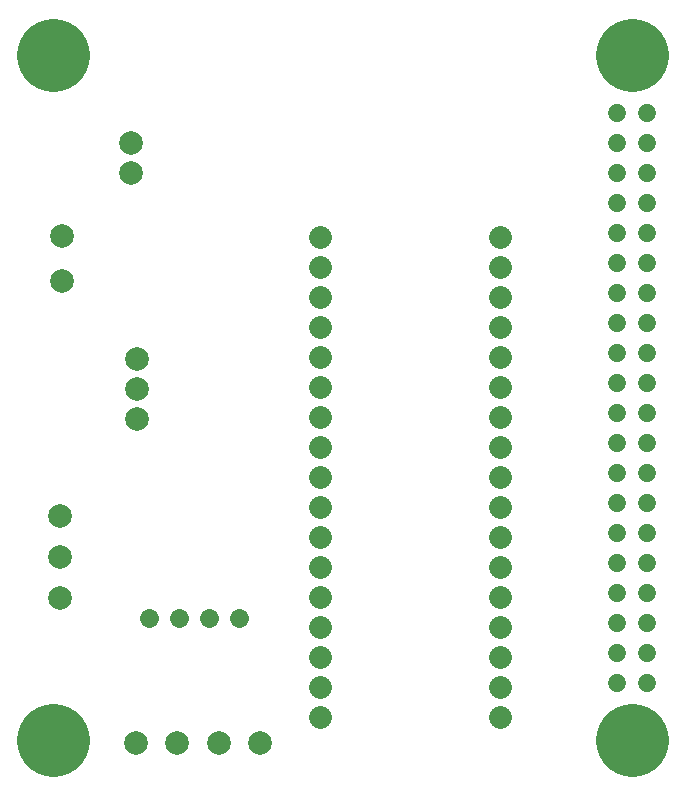
<source format=gbs>
G04 ( created by brdgerber.py ( brdgerber.py v0.1 2014-03-12 ) ) date 2021-01-26 02:29:13 EST*
G04 Gerber Fmt 3.4, Leading zero omitted, Abs format*
%MOIN*%
%FSLAX34Y34*%
G01*
G70*
G90*
G04 APERTURE LIST*
%ADD10C,0.0760*%
%ADD12C,0.2440*%
%ADD15C,0.0787*%
%ADD14C,0.0642*%
%ADD13C,0.0787*%
%ADD11C,0.0589*%
G04 APERTURE END LIST*
G54D10*
D10*
G01X-01600Y-09500D02*
G01X-01600Y-09500D01*
D10*
G01X-01600Y-08500D02*
G01X-01600Y-08500D01*
D10*
G01X-01600Y-07500D02*
G01X-01600Y-07500D01*
D10*
G01X-01600Y-06500D02*
G01X-01600Y-06500D01*
D10*
G01X-01600Y-05500D02*
G01X-01600Y-05500D01*
D10*
G01X-01600Y-04500D02*
G01X-01600Y-04500D01*
D10*
G01X-01600Y-03500D02*
G01X-01600Y-03500D01*
D10*
G01X-01600Y-02500D02*
G01X-01600Y-02500D01*
D10*
G01X-01600Y-01500D02*
G01X-01600Y-01500D01*
D10*
G01X-01600Y-00500D02*
G01X-01600Y-00500D01*
D10*
G01X-01600Y00500D02*
G01X-01600Y00500D01*
D10*
G01X04400Y03500D02*
G01X04400Y03500D01*
D10*
G01X04400Y02500D02*
G01X04400Y02500D01*
D10*
G01X-01600Y03500D02*
G01X-01600Y03500D01*
D10*
G01X-01600Y04500D02*
G01X-01600Y04500D01*
D10*
G01X-01600Y05500D02*
G01X-01600Y05500D01*
D10*
G01X-01600Y06500D02*
G01X-01600Y06500D01*
D10*
G01X04400Y06500D02*
G01X04400Y06500D01*
D10*
G01X04400Y05500D02*
G01X04400Y05500D01*
D10*
G01X04400Y04500D02*
G01X04400Y04500D01*
D10*
G01X-01600Y01500D02*
G01X-01600Y01500D01*
D10*
G01X-01600Y02500D02*
G01X-01600Y02500D01*
D10*
G01X04400Y01500D02*
G01X04400Y01500D01*
D10*
G01X04400Y00500D02*
G01X04400Y00500D01*
D10*
G01X04400Y-00500D02*
G01X04400Y-00500D01*
D10*
G01X04400Y-01500D02*
G01X04400Y-01500D01*
D10*
G01X04400Y-02500D02*
G01X04400Y-02500D01*
D10*
G01X04400Y-03500D02*
G01X04400Y-03500D01*
D10*
G01X04400Y-04500D02*
G01X04400Y-04500D01*
D10*
G01X04400Y-05500D02*
G01X04400Y-05500D01*
D10*
G01X04400Y-06500D02*
G01X04400Y-06500D01*
D10*
G01X04400Y-07500D02*
G01X04400Y-07500D01*
D10*
G01X04400Y-08500D02*
G01X04400Y-08500D01*
D10*
G01X04400Y-09500D02*
G01X04400Y-09500D01*
D11*
G01X08295Y10650D02*
G01X08295Y10650D01*
D11*
G01X09295Y10650D02*
G01X09295Y10650D01*
D11*
G01X08295Y09650D02*
G01X08295Y09650D01*
D11*
G01X09295Y09650D02*
G01X09295Y09650D01*
D11*
G01X08295Y08650D02*
G01X08295Y08650D01*
D11*
G01X09295Y08650D02*
G01X09295Y08650D01*
D11*
G01X08295Y07650D02*
G01X08295Y07650D01*
D11*
G01X09295Y07650D02*
G01X09295Y07650D01*
D11*
G01X08295Y06650D02*
G01X08295Y06650D01*
D11*
G01X09295Y06650D02*
G01X09295Y06650D01*
D11*
G01X08295Y05650D02*
G01X08295Y05650D01*
D11*
G01X09295Y05650D02*
G01X09295Y05650D01*
D11*
G01X08295Y04650D02*
G01X08295Y04650D01*
D11*
G01X09295Y04650D02*
G01X09295Y04650D01*
D11*
G01X08295Y03650D02*
G01X08295Y03650D01*
D11*
G01X09295Y03650D02*
G01X09295Y03650D01*
D11*
G01X08295Y02650D02*
G01X08295Y02650D01*
D11*
G01X09295Y02650D02*
G01X09295Y02650D01*
D11*
G01X08295Y01650D02*
G01X08295Y01650D01*
D11*
G01X09295Y01650D02*
G01X09295Y01650D01*
D11*
G01X08295Y00650D02*
G01X08295Y00650D01*
D11*
G01X09295Y00650D02*
G01X09295Y00650D01*
D11*
G01X08295Y-00350D02*
G01X08295Y-00350D01*
D11*
G01X09295Y-00350D02*
G01X09295Y-00350D01*
D11*
G01X08295Y-01350D02*
G01X08295Y-01350D01*
D11*
G01X09295Y-01350D02*
G01X09295Y-01350D01*
D11*
G01X08295Y-02350D02*
G01X08295Y-02350D01*
D11*
G01X09295Y-02350D02*
G01X09295Y-02350D01*
D11*
G01X08295Y-03350D02*
G01X08295Y-03350D01*
D11*
G01X09295Y-03350D02*
G01X09295Y-03350D01*
D11*
G01X08295Y-04350D02*
G01X08295Y-04350D01*
D11*
G01X09295Y-04350D02*
G01X09295Y-04350D01*
D11*
G01X08295Y-05350D02*
G01X08295Y-05350D01*
D11*
G01X09295Y-05350D02*
G01X09295Y-05350D01*
D11*
G01X08295Y-06350D02*
G01X08295Y-06350D01*
D11*
G01X09295Y-06350D02*
G01X09295Y-06350D01*
D11*
G01X08295Y-07350D02*
G01X08295Y-07350D01*
D11*
G01X09295Y-07350D02*
G01X09295Y-07350D01*
D11*
G01X08295Y-08350D02*
G01X08295Y-08350D01*
D11*
G01X09295Y-08350D02*
G01X09295Y-08350D01*
D12*
G01X-10496Y12568D02*
G01X-10496Y12568D01*
D12*
G01X08795Y12568D02*
G01X08795Y12568D01*
D12*
G01X08795Y-10267D02*
G01X08795Y-10267D01*
D12*
G01X-10496Y-10267D02*
G01X-10496Y-10267D01*
D13*
X-07900Y09650D03*
D13*
X-07900Y08650D03*
D13*
X-07700Y02450D03*
D13*
X-07700Y01450D03*
D13*
X-07700Y00450D03*
D13*
X-07728Y-10350D03*
D13*
X-06350Y-10350D03*
D13*
X-04972Y-10350D03*
D13*
X-03594Y-10350D03*
D14*
G01X-07300Y-06200D02*
G01X-07300Y-06200D01*
D14*
G01X-06300Y-06200D02*
G01X-06300Y-06200D01*
D14*
G01X-05300Y-06200D02*
G01X-05300Y-06200D01*
D14*
G01X-04300Y-06200D02*
G01X-04300Y-06200D01*
D13*
X-10250Y-02772D03*
D13*
X-10250Y-04150D03*
D13*
X-10250Y-05528D03*
D15*
X-10200Y06550D03*
D15*
X-10200Y05050D03*
M02*

</source>
